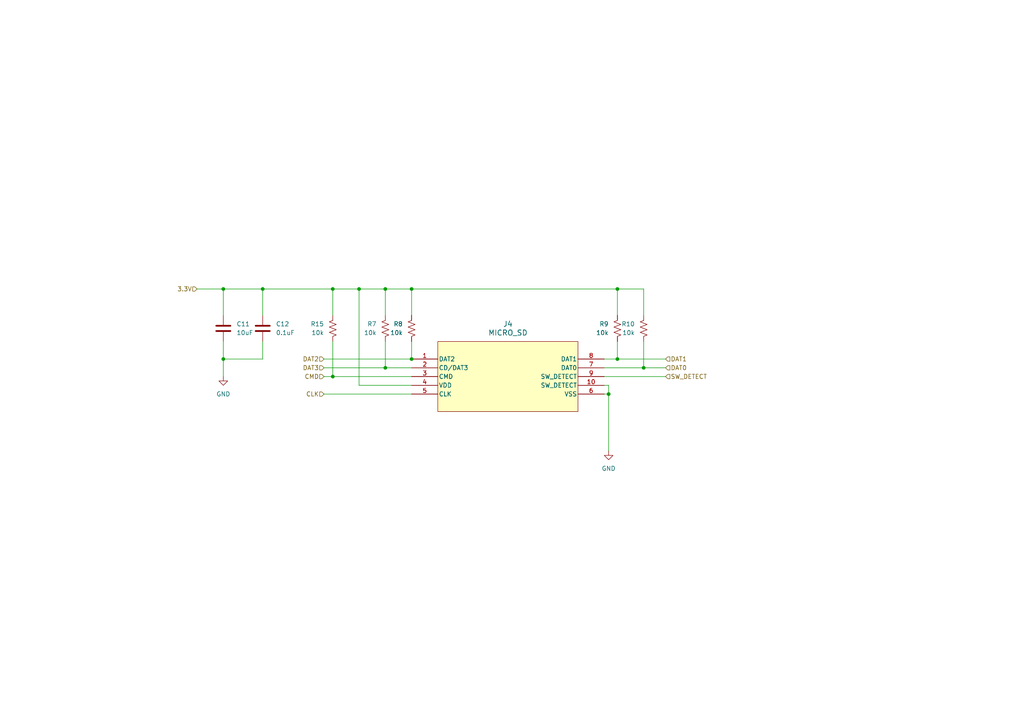
<source format=kicad_sch>
(kicad_sch (version 20250114) (generator "eeschema") (generator_version "9.0")
  (paper "A4")
  (title_block (title "Micro SD Card") (date "2025-07-29") (company "California Strawberry Commission"))
  (lib_symbols
    (symbol "Device:C" (pin_numbers (hide yes)) (pin_names (offset 0.254))
      (property "Reference" "C" (at 0.635 2.54 0))
      (property "Value" "C" (at 0.635 -2.54 0))
      (symbol "C_0_1"
        (polyline (pts (xy -2.032 0.762) (xy 2.032 0.762)) (stroke (width 0.508)))
        (polyline (pts (xy -2.032 -0.762) (xy 2.032 -0.762)) (stroke (width 0.508)))
      )
      (symbol "C_1_1"
        (pin passive line (at 0 3.81 270) (length 2.794) (name "~") (number "1"))
        (pin passive line (at 0 -3.81 90) (length 2.794) (name "~") (number "2"))
      )
    )
    (symbol "Device:R_US" (pin_numbers (hide yes)) (pin_names (offset 0))
      (property "Reference" "R" (at 2.54 0 90))
      (property "Value" "R_US" (at -2.54 0 90))
      (symbol "R_US_0_1"
        (polyline (pts (xy 0 2.286) (xy 0 2.54)))
        (polyline (pts (xy 0 2.286) (xy 1.016 1.905) (xy 0 1.524) (xy -1.016 1.143) (xy 0 0.762)))
        (polyline (pts (xy 0 0.762) (xy 1.016 0.381) (xy 0 0) (xy -1.016 -0.381) (xy 0 -0.762)))
        (polyline (pts (xy 0 -0.762) (xy 1.016 -1.143) (xy 0 -1.524) (xy -1.016 -1.905) (xy 0 -2.286)))
        (polyline (pts (xy 0 -2.286) (xy 0 -2.54)))
      )
      (symbol "R_US_1_1"
        (pin passive line (at 0 3.81 270) (length 1.27) (name "~") (number "1"))
        (pin passive line (at 0 -3.81 90) (length 1.27) (name "~") (number "2"))
      )
    )
    (symbol "power:GND" (power) (pin_numbers (hide yes)) (pin_names (offset 0) (hide yes))
      (property "Value" "GND" (at 0 -3.81 0))
      (symbol "GND_0_1"
        (polyline (pts (xy 0 0) (xy 0 -1.27) (xy 1.27 -1.27) (xy 0 -2.54) (xy -1.27 -1.27) (xy 0 -1.27)))
      )
      (symbol "GND_1_1"
        (pin power_in line (at 0 0 270) (length 0) (name "~") (number "1"))
      )
    )
    (symbol "sd_card_holder:1040310811" (pin_names (offset 0.254))
      (property "Reference" "J4" (at 27.94 10.16 0))
      (property "Value" "MICRO_SD" (at 27.94 7.62 0))
      (symbol "1040310811_0_1"
        (pin bidirectional line (at 0 0 0) (length 7.62) (name "DAT2") (number "1"))
        (pin bidirectional line (at 0 -2.54 0) (length 7.62) (name "CD/DAT3") (number "2"))
        (pin unspecified line (at 0 -5.08 0) (length 7.62) (name "CMD") (number "3"))
        (pin power_in line (at 0 -7.62 0) (length 7.62) (name "VDD") (number "4"))
        (pin unspecified line (at 0 -10.16 0) (length 7.62) (name "CLK") (number "5"))
        (pin bidirectional line (at 55.88 0 180) (length 7.62) (name "DAT1") (number "8"))
        (pin bidirectional line (at 55.88 -2.54 180) (length 7.62) (name "DAT0") (number "7"))
        (pin unspecified line (at 55.88 -5.08 180) (length 7.62) (name "SW_DETECT") (number "9"))
        (pin unspecified line (at 55.88 -7.62 180) (length 7.62) (name "SW_DETECT") (number "10"))
        (pin power_out line (at 55.88 -10.16 180) (length 7.62) (name "VSS") (number "6"))
      )
      (symbol "1040310811_1_1"
        (rectangle (start 7.62 5.08) (end 48.26 -15.24) (fill (type background)))
      )
    )
  )
  (junction (at 64.77 83.82))
  (junction (at 111.76 106.68))
  (junction (at 176.53 114.3))
  (junction (at 119.38 104.14))
  (junction (at 119.38 83.82))
  (junction (at 179.07 83.82))
  (junction (at 179.07 104.14))
  (junction (at 96.52 109.22))
  (junction (at 104.14 83.82))
  (junction (at 76.2 83.82))
  (junction (at 186.69 106.68))
  (junction (at 96.52 83.82))
  (junction (at 64.77 104.14))
  (junction (at 111.76 83.82))
  (wire (pts (xy 96.52 99.06) (xy 96.52 109.22)))
  (wire (pts (xy 186.69 99.06) (xy 186.69 106.68)))
  (wire (pts (xy 104.14 83.82) (xy 104.14 111.76)))
  (wire (pts (xy 93.98 109.22) (xy 96.52 109.22)))
  (wire (pts (xy 96.52 83.82) (xy 104.14 83.82)))
  (wire (pts (xy 186.69 83.82) (xy 186.69 91.44)))
  (wire (pts (xy 104.14 111.76) (xy 119.38 111.76)))
  (wire (pts (xy 76.2 83.82) (xy 96.52 83.82)))
  (wire (pts (xy 175.26 111.76) (xy 176.53 111.76)))
  (wire (pts (xy 111.76 99.06) (xy 111.76 106.68)))
  (wire (pts (xy 175.26 106.68) (xy 186.69 106.68)))
  (wire (pts (xy 179.07 83.82) (xy 186.69 83.82)))
  (wire (pts (xy 64.77 83.82) (xy 64.77 91.44)))
  (wire (pts (xy 119.38 99.06) (xy 119.38 104.14)))
  (wire (pts (xy 96.52 109.22) (xy 119.38 109.22)))
  (wire (pts (xy 119.38 83.82) (xy 179.07 83.82)))
  (wire (pts (xy 176.53 114.3) (xy 176.53 130.81)))
  (wire (pts (xy 176.53 111.76) (xy 176.53 114.3)))
  (wire (pts (xy 175.26 104.14) (xy 179.07 104.14)))
  (wire (pts (xy 64.77 104.14) (xy 64.77 109.22)))
  (wire (pts (xy 76.2 104.14) (xy 64.77 104.14)))
  (wire (pts (xy 111.76 106.68) (xy 119.38 106.68)))
  (wire (pts (xy 186.69 106.68) (xy 193.04 106.68)))
  (wire (pts (xy 76.2 83.82) (xy 76.2 91.44)))
  (wire (pts (xy 179.07 104.14) (xy 193.04 104.14)))
  (wire (pts (xy 93.98 114.3) (xy 119.38 114.3)))
  (wire (pts (xy 175.26 114.3) (xy 176.53 114.3)))
  (wire (pts (xy 64.77 83.82) (xy 76.2 83.82)))
  (wire (pts (xy 64.77 104.14) (xy 64.77 99.06)))
  (wire (pts (xy 76.2 99.06) (xy 76.2 104.14)))
  (wire (pts (xy 111.76 83.82) (xy 119.38 83.82)))
  (wire (pts (xy 111.76 83.82) (xy 111.76 91.44)))
  (wire (pts (xy 57.15 83.82) (xy 64.77 83.82)))
  (wire (pts (xy 96.52 83.82) (xy 96.52 91.44)))
  (wire (pts (xy 119.38 83.82) (xy 119.38 91.44)))
  (wire (pts (xy 93.98 106.68) (xy 111.76 106.68)))
  (wire (pts (xy 104.14 83.82) (xy 111.76 83.82)))
  (wire (pts (xy 93.98 104.14) (xy 119.38 104.14)))
  (wire (pts (xy 175.26 109.22) (xy 193.04 109.22)))
  (wire (pts (xy 179.07 104.14) (xy 179.07 99.06)))
  (wire (pts (xy 179.07 83.82) (xy 179.07 91.44)))
  (hierarchical_label "DAT0" (shape input) (at 193.04 106.68 0))
  (hierarchical_label "3.3V" (shape input) (at 57.15 83.82 180))
  (hierarchical_label "DAT3" (shape input) (at 93.98 106.68 180))
  (hierarchical_label "CMD" (shape input) (at 93.98 109.22 180))
  (hierarchical_label "CLK" (shape input) (at 93.98 114.3 180))
  (hierarchical_label "SW_DETECT" (shape input) (at 193.04 109.22 0))
  (hierarchical_label "DAT1" (shape input) (at 193.04 104.14 0))
  (hierarchical_label "DAT2" (shape input) (at 93.98 104.14 180))
  (symbol (lib_id "Device:R_US") (at 179.07 95.25 0) (mirror y) (unit 1)
    (property "Reference" "R9" (at 176.53 93.9799 0) (effects (justify left)))
    (property "Value" "10k" (at 176.53 96.5199 0) (effects (justify left)))
    (property "Footprint" "Resistor_SMD:R_0402_1005Metric" (effects (hide yes)))
    (property "Datasheet" "https://www.digikey.com/en/products/detail/yageo/RC0402JR-0710KL/726418" (effects (hide yes)))
    (property "Description" "Resistor, US symbol" (effects (hide yes)))
    (property "Part #" "RC0402JR-0710KL" (effects (hide yes)))
  )
  (symbol (lib_id "Device:R_US") (at 119.38 95.25 0) (mirror y) (unit 1)
    (property "Reference" "R8" (at 116.84 93.9799 0) (effects (justify left)))
    (property "Value" "10k" (at 116.84 96.5199 0) (effects (justify left)))
    (property "Footprint" "Resistor_SMD:R_0402_1005Metric" (effects (hide yes)))
    (property "Datasheet" "https://www.digikey.com/en/products/detail/yageo/RC0402JR-0710KL/726418" (effects (hide yes)))
    (property "Description" "Resistor, US symbol" (effects (hide yes)))
    (property "Part #" "RC0402JR-0710KL" (effects (hide yes)))
  )
  (symbol (lib_id "Device:R_US") (at 186.69 95.25 0) (mirror y) (unit 1)
    (property "Reference" "R10" (at 184.15 93.9799 0) (effects (justify left)))
    (property "Value" "10k" (at 184.15 96.5199 0) (effects (justify left)))
    (property "Footprint" "Resistor_SMD:R_0402_1005Metric" (effects (hide yes)))
    (property "Datasheet" "https://www.digikey.com/en/products/detail/yageo/RC0402JR-0710KL/726418" (effects (hide yes)))
    (property "Description" "Resistor, US symbol" (effects (hide yes)))
    (property "Part #" "RC0402JR-0710KL" (effects (hide yes)))
  )
  (symbol (lib_id "power:GND") (at 64.77 109.22 0) (unit 1)
    (property "Reference" "#PWR09" (effects (hide yes)))
    (property "Value" "GND" (at 64.77 114.3 0))
    (property "Description" "Power symbol creates a global label with name \"GND\" , ground" (effects (hide yes)))
  )
  (symbol (lib_id "Device:R_US") (at 96.52 95.25 0) (mirror y) (unit 1)
    (property "Reference" "R15" (at 93.98 93.9799 0) (effects (justify left)))
    (property "Value" "10k" (at 93.98 96.5199 0) (effects (justify left)))
    (property "Footprint" "Resistor_SMD:R_0402_1005Metric" (effects (hide yes)))
    (property "Datasheet" "https://www.digikey.com/en/products/detail/yageo/RC0402JR-0710KL/726418" (effects (hide yes)))
    (property "Description" "Resistor, US symbol" (effects (hide yes)))
    (property "Part #" "RC0402JR-0710KL" (effects (hide yes)))
  )
  (symbol (lib_id "Device:R_US") (at 111.76 95.25 0) (mirror y) (unit 1)
    (property "Reference" "R7" (at 109.22 93.9799 0) (effects (justify left)))
    (property "Value" "10k" (at 109.22 96.5199 0) (effects (justify left)))
    (property "Footprint" "Resistor_SMD:R_0402_1005Metric" (effects (hide yes)))
    (property "Datasheet" "https://www.digikey.com/en/products/detail/yageo/RC0402JR-0710KL/726418" (effects (hide yes)))
    (property "Description" "Resistor, US symbol" (effects (hide yes)))
    (property "Part #" "RC0402JR-0710KL" (effects (hide yes)))
  )
  (symbol (lib_id "Device:C") (at 76.2 95.25 0) (unit 1)
    (property "Reference" "C12" (at 80.01 93.9799 0) (effects (justify left)))
    (property "Value" "0.1uF" (at 80.01 96.5199 0) (effects (justify left)))
    (property "Footprint" "Capacitor_SMD:C_0603_1608Metric" (effects (hide yes)))
    (property "Datasheet" "https://www.digikey.com/en/products/detail/kemet/C0603C104K8RACAUTO/8572409" (effects (hide yes)))
    (property "Description" "Unpolarized capacitor" (effects (hide yes)))
    (property "Part #" "C0603C104K8RACAUTO" (effects (hide yes)))
  )
  (symbol (lib_id "power:GND") (at 176.53 130.81 0) (unit 1)
    (property "Reference" "#PWR010" (effects (hide yes)))
    (property "Value" "GND" (at 176.53 135.89 0))
    (property "Description" "Power symbol creates a global label with name \"GND\" , ground" (effects (hide yes)))
  )
  (symbol (lib_id "Device:C") (at 64.77 95.25 0) (unit 1)
    (property "Reference" "C11" (at 68.58 93.9799 0) (effects (justify left)))
    (property "Value" "10uF" (at 68.58 96.5199 0) (effects (justify left)))
    (property "Footprint" "Capacitor_SMD:C_0805_2012Metric" (effects (hide yes)))
    (property "Datasheet" "https://www.digikey.com/en/products/detail/murata-electronics/GCM21BR71A106KE22K/4903979" (effects (hide yes)))
    (property "Description" "Unpolarized capacitor" (effects (hide yes)))
    (property "Part #" "GCM21BR71A106KE22K" (effects (hide yes)))
  )
  (symbol (lib_id "sd_card_holder:1040310811") (at 119.38 104.14 0) (unit 1)
    (property "Reference" "J4" (at 147.32 93.98 0) (effects (font (size 1.524 1.524))))
    (property "Value" "MICRO_SD" (at 147.32 96.52 0) (effects (font (size 1.524 1.524))))
    (property "Footprint" "footprints:104031-0811_MOL" (effects (hide yes)))
    (property "Datasheet" "https://www.digikey.com/en/products/detail/amphenol-cs-fci/10118193-0001LF/2785388" (effects (hide yes)))
    (property "Part #" "1040310811" (effects (hide yes)))
  )
)
</source>
